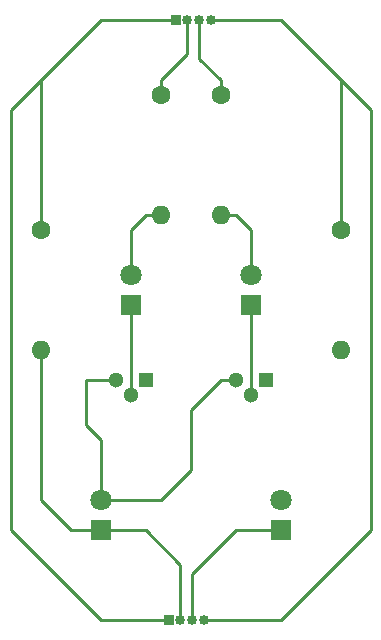
<source format=gbr>
%TF.GenerationSoftware,KiCad,Pcbnew,5.99.0+really5.1.12+dfsg1-1*%
%TF.CreationDate,2021-11-19T11:23:08-05:00*%
%TF.ProjectId,N OR,4e204f52-2e6b-4696-9361-645f70636258,rev?*%
%TF.SameCoordinates,Original*%
%TF.FileFunction,Copper,L1,Top*%
%TF.FilePolarity,Positive*%
%FSLAX46Y46*%
G04 Gerber Fmt 4.6, Leading zero omitted, Abs format (unit mm)*
G04 Created by KiCad (PCBNEW 5.99.0+really5.1.12+dfsg1-1) date 2021-11-19 11:23:08*
%MOMM*%
%LPD*%
G01*
G04 APERTURE LIST*
%TA.AperFunction,ComponentPad*%
%ADD10R,1.800000X1.800000*%
%TD*%
%TA.AperFunction,ComponentPad*%
%ADD11C,1.800000*%
%TD*%
%TA.AperFunction,ComponentPad*%
%ADD12C,1.600000*%
%TD*%
%TA.AperFunction,ComponentPad*%
%ADD13O,1.600000X1.600000*%
%TD*%
%TA.AperFunction,ComponentPad*%
%ADD14O,0.850000X0.850000*%
%TD*%
%TA.AperFunction,ComponentPad*%
%ADD15R,0.850000X0.850000*%
%TD*%
%TA.AperFunction,ComponentPad*%
%ADD16R,1.300000X1.300000*%
%TD*%
%TA.AperFunction,ComponentPad*%
%ADD17C,1.300000*%
%TD*%
%TA.AperFunction,Conductor*%
%ADD18C,0.250000*%
%TD*%
G04 APERTURE END LIST*
D10*
%TO.P,OR LED,1*%
%TO.N,N/C*%
X130810000Y-91440000D03*
D11*
%TO.P,OR LED,2*%
X130810000Y-88900000D03*
%TD*%
D12*
%TO.P,2.35k,1*%
%TO.N,N/C*%
X125730000Y-66040000D03*
D13*
%TO.P,2.35k,2*%
X125730000Y-76200000D03*
%TD*%
D14*
%TO.P,Input Header,4*%
%TO.N,N/C*%
X140160000Y-48260000D03*
%TO.P,Input Header,3*%
X139160000Y-48260000D03*
%TO.P,Input Header,2*%
X138160000Y-48260000D03*
D15*
%TO.P,Input Header,1*%
X137160000Y-48260000D03*
%TD*%
D14*
%TO.P,Output Header,4*%
%TO.N,N/C*%
X139575000Y-99006552D03*
%TO.P,Output Header,3*%
X138575000Y-99006552D03*
%TO.P,Output Header,2*%
X137575000Y-99006552D03*
D15*
%TO.P,Output Header,1*%
X136575000Y-99006552D03*
%TD*%
D13*
%TO.P,2.35k,2*%
%TO.N,N/C*%
X151130000Y-76200000D03*
D12*
%TO.P,2.35k,1*%
X151130000Y-66040000D03*
%TD*%
D13*
%TO.P,10k,2*%
%TO.N,N/C*%
X140970000Y-64770000D03*
D12*
%TO.P,10k,1*%
X140970000Y-54610000D03*
%TD*%
D13*
%TO.P,10k,2*%
%TO.N,N/C*%
X135890000Y-64770000D03*
D12*
%TO.P,10k,1*%
X135890000Y-54610000D03*
%TD*%
D11*
%TO.P,A LED,2*%
%TO.N,N/C*%
X133350000Y-69850000D03*
D10*
%TO.P,A LED,1*%
X133350000Y-72390000D03*
%TD*%
D11*
%TO.P,NOR LED,2*%
%TO.N,N/C*%
X146050000Y-88900000D03*
D10*
%TO.P,NOR LED,1*%
X146050000Y-91440000D03*
%TD*%
D11*
%TO.P,B LED,2*%
%TO.N,N/C*%
X143510000Y-69850000D03*
D10*
%TO.P,B LED,1*%
X143510000Y-72390000D03*
%TD*%
D16*
%TO.P,2N2222,1*%
%TO.N,N/C*%
X144780000Y-78740000D03*
D17*
%TO.P,2N2222,3*%
X142240000Y-78740000D03*
%TO.P,2N2222,2*%
X143510000Y-80010000D03*
%TD*%
D16*
%TO.P,2N2222,1*%
%TO.N,N/C*%
X134620000Y-78740000D03*
D17*
%TO.P,2N2222,3*%
X132080000Y-78740000D03*
%TO.P,2N2222,2*%
X133350000Y-80010000D03*
%TD*%
D18*
%TO.N,*%
X140160000Y-48260000D02*
X146050000Y-48260000D01*
X146050000Y-48260000D02*
X153670000Y-55880000D01*
X153670000Y-55880000D02*
X153670000Y-91440000D01*
X153670000Y-91440000D02*
X146050000Y-99060000D01*
X146050000Y-99060000D02*
X139700000Y-99060000D01*
X137160000Y-48260000D02*
X130810000Y-48260000D01*
X123190000Y-55880000D02*
X123190000Y-91440000D01*
X123190000Y-91440000D02*
X130810000Y-99060000D01*
X130863448Y-99006552D02*
X136575000Y-99006552D01*
X130810000Y-99060000D02*
X130863448Y-99006552D01*
X151130000Y-66040000D02*
X151130000Y-53340000D01*
X143510000Y-72390000D02*
X143510000Y-80010000D01*
X133350000Y-72390000D02*
X133350000Y-80010000D01*
X142240000Y-78740000D02*
X140970000Y-78740000D01*
X140970000Y-78740000D02*
X138430000Y-81280000D01*
X138430000Y-81280000D02*
X138430000Y-86360000D01*
X130810000Y-88900000D02*
X135890000Y-88900000D01*
X135890000Y-88900000D02*
X138430000Y-86360000D01*
X132080000Y-78740000D02*
X129540000Y-78740000D01*
X129540000Y-78740000D02*
X129540000Y-82550000D01*
X130810000Y-83820000D02*
X130810000Y-88900000D01*
X129540000Y-82550000D02*
X130810000Y-83820000D01*
X140970000Y-64770000D02*
X142240000Y-64770000D01*
X143510000Y-66040000D02*
X143510000Y-69850000D01*
X142240000Y-64770000D02*
X143510000Y-66040000D01*
X135890000Y-64770000D02*
X134620000Y-64770000D01*
X134620000Y-64770000D02*
X133350000Y-66040000D01*
X133350000Y-66040000D02*
X133350000Y-69850000D01*
X138160000Y-48260000D02*
X138160000Y-51070000D01*
X135890000Y-53340000D02*
X135890000Y-54610000D01*
X138160000Y-51070000D02*
X135890000Y-53340000D01*
X139160000Y-48260000D02*
X139160000Y-51530000D01*
X140970000Y-53340000D02*
X140970000Y-54610000D01*
X139160000Y-51530000D02*
X140970000Y-53340000D01*
X146050000Y-91440000D02*
X142240000Y-91440000D01*
X138575000Y-95105000D02*
X138575000Y-99006552D01*
X142240000Y-91440000D02*
X138575000Y-95105000D01*
X125730000Y-66040000D02*
X125730000Y-53340000D01*
X125730000Y-53340000D02*
X123190000Y-55880000D01*
X130810000Y-48260000D02*
X125730000Y-53340000D01*
X125730000Y-76200000D02*
X125730000Y-88900000D01*
X128270000Y-91440000D02*
X130810000Y-91440000D01*
X125730000Y-88900000D02*
X128270000Y-91440000D01*
X137575000Y-99006552D02*
X137575000Y-94395000D01*
X134620000Y-91440000D02*
X130810000Y-91440000D01*
X137575000Y-94395000D02*
X134620000Y-91440000D01*
%TD*%
M02*

</source>
